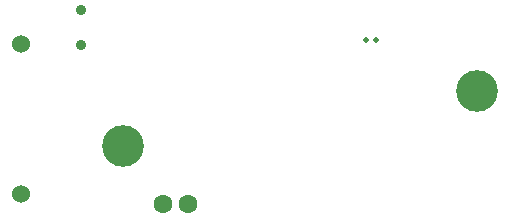
<source format=gbr>
%TF.GenerationSoftware,Altium Limited,Altium Designer,22.8.2 (66)*%
G04 Layer_Color=16711935*
%FSLAX45Y45*%
%MOMM*%
%TF.SameCoordinates,DE4C73A7-34E9-4613-BA68-141157798951*%
%TF.FilePolarity,Negative*%
%TF.FileFunction,Soldermask,Bot*%
%TF.Part,Single*%
G01*
G75*
%TA.AperFunction,ComponentPad*%
%ADD43C,1.52400*%
%TA.AperFunction,ViaPad*%
%ADD46C,0.50000*%
%ADD49C,1.60020*%
%TA.AperFunction,ComponentPad*%
%ADD50C,0.88900*%
%ADD51C,3.53060*%
D43*
X2829560Y3143250D02*
D03*
Y4413250D02*
D03*
D46*
X5751200Y4447540D02*
D03*
X5831200D02*
D03*
D49*
X4033520Y3053080D02*
D03*
X4239260D02*
D03*
D50*
X3335020Y4699140D02*
D03*
Y4399140D02*
D03*
D51*
X3693160Y3543300D02*
D03*
X6690360Y4013200D02*
D03*
%TF.MD5,8210946a045e490aea365bb461fb1aa5*%
M02*

</source>
